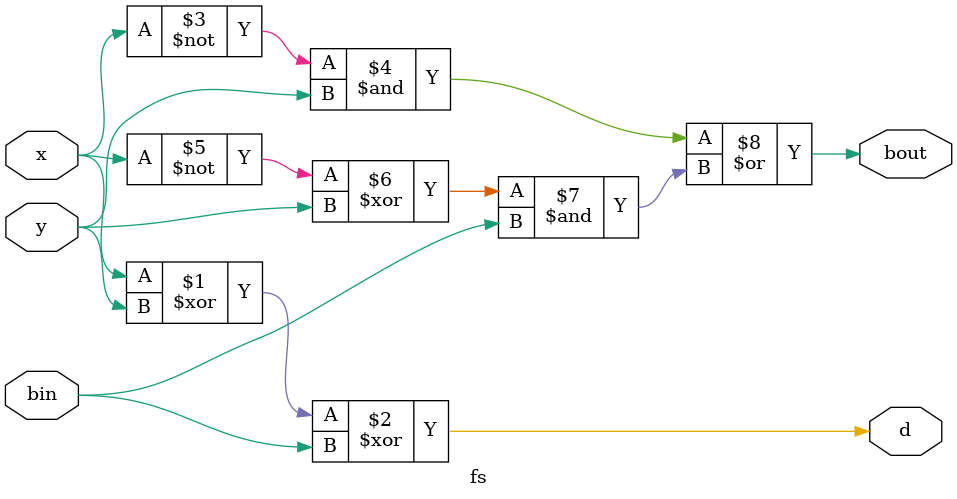
<source format=v>
`timescale 1ns / 1ps

module fs(
    input x, y, bin,
    output d, bout
    );
    
assign d = (x^y)^bin;
assign bout = (~x&y)|((~x^y)&bin);

endmodule
</source>
